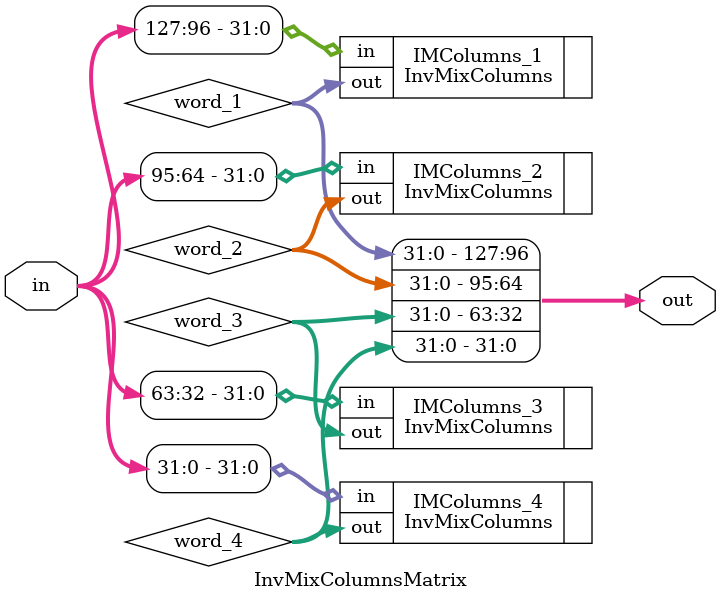
<source format=sv>
module InvMixColumnsMatrix(
	input logic [127:0] in,
	output logic [127:0] out
);

	logic [31:0] word_1;
	logic [31:0] word_2;
	logic [31:0] word_3;
	logic [31:0] word_4;
	
	InvMixColumns IMColumns_1(.in(in[127:96]), .out(word_1));
	InvMixColumns IMColumns_2(.in(in[95:64]), .out(word_2));
	InvMixColumns IMColumns_3(.in(in[63:32]), .out(word_3));
	InvMixColumns IMColumns_4(.in(in[31:0]), .out(word_4));
	
	assign out = {word_1, word_2, word_3, word_4};
	
endmodule 
</source>
